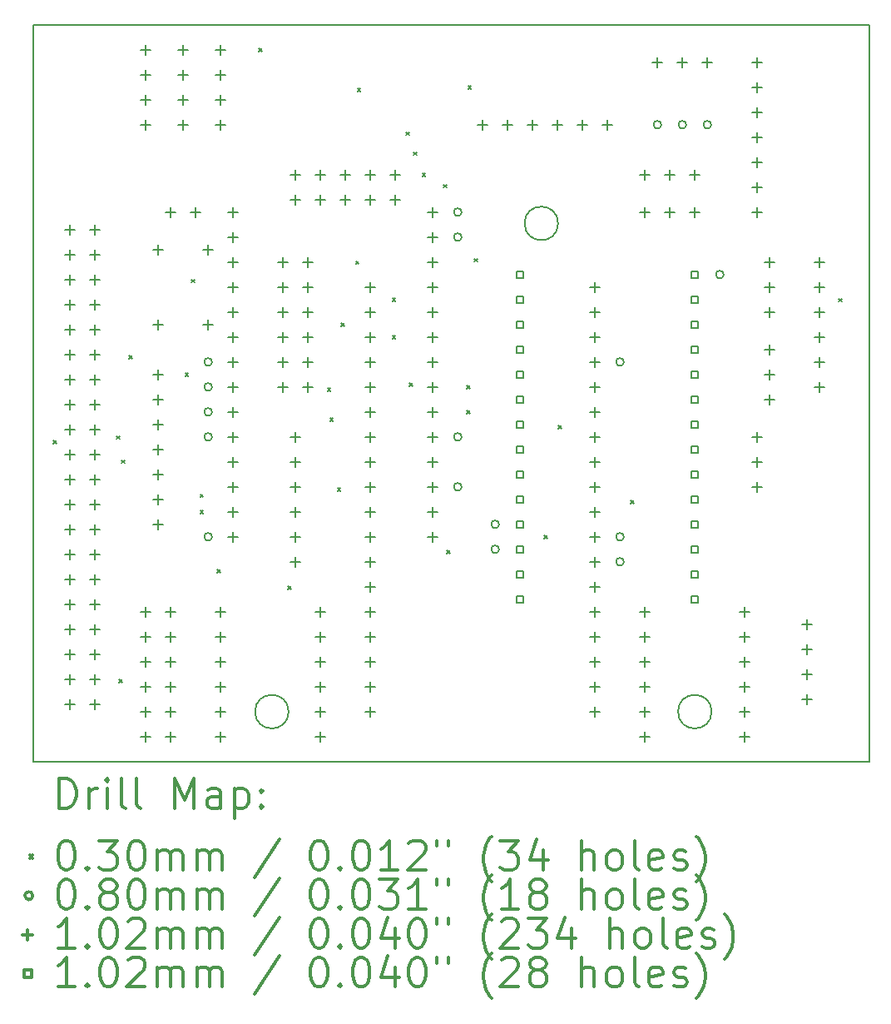
<source format=gbr>
%FSLAX45Y45*%
G04 Gerber Fmt 4.5, Leading zero omitted, Abs format (unit mm)*
G04 Created by KiCad (PCBNEW 4.0.7+dfsg1-1~bpo8+1) date Mon Jun  4 12:39:27 2018*
%MOMM*%
%LPD*%
G01*
G04 APERTURE LIST*
%ADD10C,0.127000*%
%ADD11C,0.160000*%
%ADD12C,0.150000*%
%ADD13C,0.200000*%
%ADD14C,0.300000*%
G04 APERTURE END LIST*
D10*
D11*
X17442861Y-12573000D02*
G75*
G03X17442861Y-12573000I-170861J0D01*
G01*
X15880761Y-7607300D02*
G75*
G03X15880761Y-7607300I-170861J0D01*
G01*
X13137561Y-12573000D02*
G75*
G03X13137561Y-12573000I-170861J0D01*
G01*
D12*
X10541000Y-13081000D02*
X10541000Y-5588000D01*
X19050000Y-13081000D02*
X10541000Y-13081000D01*
X19050000Y-5588000D02*
X19050000Y-13081000D01*
X10541000Y-5588000D02*
X19050000Y-5588000D01*
D13*
X10745950Y-9814560D02*
X10776430Y-9845040D01*
X10776430Y-9814560D02*
X10745950Y-9845040D01*
X11388700Y-9769730D02*
X11419180Y-9800210D01*
X11419180Y-9769730D02*
X11388700Y-9800210D01*
X11414760Y-12247490D02*
X11445240Y-12277970D01*
X11445240Y-12247490D02*
X11414760Y-12277970D01*
X11440660Y-10014110D02*
X11471140Y-10044590D01*
X11471140Y-10014110D02*
X11440660Y-10044590D01*
X11516360Y-8950960D02*
X11546840Y-8981440D01*
X11546840Y-8950960D02*
X11516360Y-8981440D01*
X12087860Y-9128760D02*
X12118340Y-9159240D01*
X12118340Y-9128760D02*
X12087860Y-9159240D01*
X12151360Y-8176260D02*
X12181840Y-8206740D01*
X12181840Y-8176260D02*
X12151360Y-8206740D01*
X12240260Y-10360660D02*
X12270740Y-10391140D01*
X12270740Y-10360660D02*
X12240260Y-10391140D01*
X12240260Y-10525760D02*
X12270740Y-10556240D01*
X12270740Y-10525760D02*
X12240260Y-10556240D01*
X12411710Y-11129010D02*
X12442190Y-11159490D01*
X12442190Y-11129010D02*
X12411710Y-11159490D01*
X12837160Y-5826760D02*
X12867640Y-5857240D01*
X12867640Y-5826760D02*
X12837160Y-5857240D01*
X13130210Y-11298870D02*
X13160690Y-11329350D01*
X13160690Y-11298870D02*
X13130210Y-11329350D01*
X13535660Y-9281160D02*
X13566140Y-9311640D01*
X13566140Y-9281160D02*
X13535660Y-9311640D01*
X13561060Y-9585960D02*
X13591540Y-9616440D01*
X13591540Y-9585960D02*
X13561060Y-9616440D01*
X13637260Y-10297160D02*
X13667740Y-10327640D01*
X13667740Y-10297160D02*
X13637260Y-10327640D01*
X13675360Y-8620760D02*
X13705840Y-8651240D01*
X13705840Y-8620760D02*
X13675360Y-8651240D01*
X13821410Y-7992110D02*
X13851890Y-8022590D01*
X13851890Y-7992110D02*
X13821410Y-8022590D01*
X13840460Y-6233160D02*
X13870940Y-6263640D01*
X13870940Y-6233160D02*
X13840460Y-6263640D01*
X14196060Y-8366760D02*
X14226540Y-8397240D01*
X14226540Y-8366760D02*
X14196060Y-8397240D01*
X14196060Y-8747760D02*
X14226540Y-8778240D01*
X14226540Y-8747760D02*
X14196060Y-8778240D01*
X14335760Y-6677660D02*
X14366240Y-6708140D01*
X14366240Y-6677660D02*
X14335760Y-6708140D01*
X14367510Y-9230360D02*
X14397990Y-9260840D01*
X14397990Y-9230360D02*
X14367510Y-9260840D01*
X14411960Y-6880860D02*
X14442440Y-6911340D01*
X14442440Y-6880860D02*
X14411960Y-6911340D01*
X14500860Y-7096760D02*
X14531340Y-7127240D01*
X14531340Y-7096760D02*
X14500860Y-7127240D01*
X14716760Y-7211060D02*
X14747240Y-7241540D01*
X14747240Y-7211060D02*
X14716760Y-7241540D01*
X14748510Y-10932160D02*
X14778990Y-10962640D01*
X14778990Y-10932160D02*
X14748510Y-10962640D01*
X14951523Y-9255760D02*
X14982003Y-9286240D01*
X14982003Y-9255760D02*
X14951523Y-9286240D01*
X14951710Y-9509760D02*
X14982190Y-9540240D01*
X14982190Y-9509760D02*
X14951710Y-9540240D01*
X14964410Y-6207760D02*
X14994890Y-6238240D01*
X14994890Y-6207760D02*
X14964410Y-6238240D01*
X15027910Y-7966710D02*
X15058390Y-7997190D01*
X15058390Y-7966710D02*
X15027910Y-7997190D01*
X15739110Y-10779760D02*
X15769590Y-10810240D01*
X15769590Y-10779760D02*
X15739110Y-10810240D01*
X15885160Y-9662160D02*
X15915640Y-9692640D01*
X15915640Y-9662160D02*
X15885160Y-9692640D01*
X16621760Y-10424160D02*
X16652240Y-10454640D01*
X16652240Y-10424160D02*
X16621760Y-10454640D01*
X18736310Y-8373110D02*
X18766790Y-8403590D01*
X18766790Y-8373110D02*
X18736310Y-8403590D01*
X12359000Y-9017000D02*
G75*
G03X12359000Y-9017000I-40000J0D01*
G01*
X12359000Y-9271000D02*
G75*
G03X12359000Y-9271000I-40000J0D01*
G01*
X12359000Y-9525000D02*
G75*
G03X12359000Y-9525000I-40000J0D01*
G01*
X12359000Y-9779000D02*
G75*
G03X12359000Y-9779000I-40000J0D01*
G01*
X12359000Y-10795000D02*
G75*
G03X12359000Y-10795000I-40000J0D01*
G01*
X14899000Y-7493000D02*
G75*
G03X14899000Y-7493000I-40000J0D01*
G01*
X14899000Y-7747000D02*
G75*
G03X14899000Y-7747000I-40000J0D01*
G01*
X14899000Y-9779000D02*
G75*
G03X14899000Y-9779000I-40000J0D01*
G01*
X14899000Y-10287000D02*
G75*
G03X14899000Y-10287000I-40000J0D01*
G01*
X15280000Y-10668000D02*
G75*
G03X15280000Y-10668000I-40000J0D01*
G01*
X15280000Y-10922000D02*
G75*
G03X15280000Y-10922000I-40000J0D01*
G01*
X16550000Y-9017000D02*
G75*
G03X16550000Y-9017000I-40000J0D01*
G01*
X16550000Y-10795000D02*
G75*
G03X16550000Y-10795000I-40000J0D01*
G01*
X16550000Y-11049000D02*
G75*
G03X16550000Y-11049000I-40000J0D01*
G01*
X16931000Y-6604000D02*
G75*
G03X16931000Y-6604000I-40000J0D01*
G01*
X17185000Y-6604000D02*
G75*
G03X17185000Y-6604000I-40000J0D01*
G01*
X17439000Y-6604000D02*
G75*
G03X17439000Y-6604000I-40000J0D01*
G01*
X17566000Y-8128000D02*
G75*
G03X17566000Y-8128000I-40000J0D01*
G01*
X10909300Y-7620000D02*
X10909300Y-7721600D01*
X10858500Y-7670800D02*
X10960100Y-7670800D01*
X10909300Y-7874000D02*
X10909300Y-7975600D01*
X10858500Y-7924800D02*
X10960100Y-7924800D01*
X10909300Y-8128000D02*
X10909300Y-8229600D01*
X10858500Y-8178800D02*
X10960100Y-8178800D01*
X10909300Y-8382000D02*
X10909300Y-8483600D01*
X10858500Y-8432800D02*
X10960100Y-8432800D01*
X10909300Y-8636000D02*
X10909300Y-8737600D01*
X10858500Y-8686800D02*
X10960100Y-8686800D01*
X10909300Y-8890000D02*
X10909300Y-8991600D01*
X10858500Y-8940800D02*
X10960100Y-8940800D01*
X10909300Y-9144000D02*
X10909300Y-9245600D01*
X10858500Y-9194800D02*
X10960100Y-9194800D01*
X10909300Y-9398000D02*
X10909300Y-9499600D01*
X10858500Y-9448800D02*
X10960100Y-9448800D01*
X10909300Y-9652000D02*
X10909300Y-9753600D01*
X10858500Y-9702800D02*
X10960100Y-9702800D01*
X10909300Y-9906000D02*
X10909300Y-10007600D01*
X10858500Y-9956800D02*
X10960100Y-9956800D01*
X10909300Y-10160000D02*
X10909300Y-10261600D01*
X10858500Y-10210800D02*
X10960100Y-10210800D01*
X10909300Y-10414000D02*
X10909300Y-10515600D01*
X10858500Y-10464800D02*
X10960100Y-10464800D01*
X10909300Y-10668000D02*
X10909300Y-10769600D01*
X10858500Y-10718800D02*
X10960100Y-10718800D01*
X10909300Y-10922000D02*
X10909300Y-11023600D01*
X10858500Y-10972800D02*
X10960100Y-10972800D01*
X10909300Y-11176000D02*
X10909300Y-11277600D01*
X10858500Y-11226800D02*
X10960100Y-11226800D01*
X10909300Y-11430000D02*
X10909300Y-11531600D01*
X10858500Y-11480800D02*
X10960100Y-11480800D01*
X10909300Y-11684000D02*
X10909300Y-11785600D01*
X10858500Y-11734800D02*
X10960100Y-11734800D01*
X10909300Y-11938000D02*
X10909300Y-12039600D01*
X10858500Y-11988800D02*
X10960100Y-11988800D01*
X10909300Y-12192000D02*
X10909300Y-12293600D01*
X10858500Y-12242800D02*
X10960100Y-12242800D01*
X10909300Y-12446000D02*
X10909300Y-12547600D01*
X10858500Y-12496800D02*
X10960100Y-12496800D01*
X11163300Y-7620000D02*
X11163300Y-7721600D01*
X11112500Y-7670800D02*
X11214100Y-7670800D01*
X11163300Y-7874000D02*
X11163300Y-7975600D01*
X11112500Y-7924800D02*
X11214100Y-7924800D01*
X11163300Y-8128000D02*
X11163300Y-8229600D01*
X11112500Y-8178800D02*
X11214100Y-8178800D01*
X11163300Y-8382000D02*
X11163300Y-8483600D01*
X11112500Y-8432800D02*
X11214100Y-8432800D01*
X11163300Y-8636000D02*
X11163300Y-8737600D01*
X11112500Y-8686800D02*
X11214100Y-8686800D01*
X11163300Y-8890000D02*
X11163300Y-8991600D01*
X11112500Y-8940800D02*
X11214100Y-8940800D01*
X11163300Y-9144000D02*
X11163300Y-9245600D01*
X11112500Y-9194800D02*
X11214100Y-9194800D01*
X11163300Y-9398000D02*
X11163300Y-9499600D01*
X11112500Y-9448800D02*
X11214100Y-9448800D01*
X11163300Y-9652000D02*
X11163300Y-9753600D01*
X11112500Y-9702800D02*
X11214100Y-9702800D01*
X11163300Y-9906000D02*
X11163300Y-10007600D01*
X11112500Y-9956800D02*
X11214100Y-9956800D01*
X11163300Y-10160000D02*
X11163300Y-10261600D01*
X11112500Y-10210800D02*
X11214100Y-10210800D01*
X11163300Y-10414000D02*
X11163300Y-10515600D01*
X11112500Y-10464800D02*
X11214100Y-10464800D01*
X11163300Y-10668000D02*
X11163300Y-10769600D01*
X11112500Y-10718800D02*
X11214100Y-10718800D01*
X11163300Y-10922000D02*
X11163300Y-11023600D01*
X11112500Y-10972800D02*
X11214100Y-10972800D01*
X11163300Y-11176000D02*
X11163300Y-11277600D01*
X11112500Y-11226800D02*
X11214100Y-11226800D01*
X11163300Y-11430000D02*
X11163300Y-11531600D01*
X11112500Y-11480800D02*
X11214100Y-11480800D01*
X11163300Y-11684000D02*
X11163300Y-11785600D01*
X11112500Y-11734800D02*
X11214100Y-11734800D01*
X11163300Y-11938000D02*
X11163300Y-12039600D01*
X11112500Y-11988800D02*
X11214100Y-11988800D01*
X11163300Y-12192000D02*
X11163300Y-12293600D01*
X11112500Y-12242800D02*
X11214100Y-12242800D01*
X11163300Y-12446000D02*
X11163300Y-12547600D01*
X11112500Y-12496800D02*
X11214100Y-12496800D01*
X11684000Y-5791200D02*
X11684000Y-5892800D01*
X11633200Y-5842000D02*
X11734800Y-5842000D01*
X11684000Y-6045200D02*
X11684000Y-6146800D01*
X11633200Y-6096000D02*
X11734800Y-6096000D01*
X11684000Y-6299200D02*
X11684000Y-6400800D01*
X11633200Y-6350000D02*
X11734800Y-6350000D01*
X11684000Y-6553200D02*
X11684000Y-6654800D01*
X11633200Y-6604000D02*
X11734800Y-6604000D01*
X11684000Y-11506200D02*
X11684000Y-11607800D01*
X11633200Y-11557000D02*
X11734800Y-11557000D01*
X11684000Y-11760200D02*
X11684000Y-11861800D01*
X11633200Y-11811000D02*
X11734800Y-11811000D01*
X11684000Y-12014200D02*
X11684000Y-12115800D01*
X11633200Y-12065000D02*
X11734800Y-12065000D01*
X11684000Y-12268200D02*
X11684000Y-12369800D01*
X11633200Y-12319000D02*
X11734800Y-12319000D01*
X11684000Y-12522200D02*
X11684000Y-12623800D01*
X11633200Y-12573000D02*
X11734800Y-12573000D01*
X11684000Y-12776200D02*
X11684000Y-12877800D01*
X11633200Y-12827000D02*
X11734800Y-12827000D01*
X11811000Y-7823200D02*
X11811000Y-7924800D01*
X11760200Y-7874000D02*
X11861800Y-7874000D01*
X11811000Y-8585200D02*
X11811000Y-8686800D01*
X11760200Y-8636000D02*
X11861800Y-8636000D01*
X11811000Y-9093200D02*
X11811000Y-9194800D01*
X11760200Y-9144000D02*
X11861800Y-9144000D01*
X11811000Y-9347200D02*
X11811000Y-9448800D01*
X11760200Y-9398000D02*
X11861800Y-9398000D01*
X11811000Y-9601200D02*
X11811000Y-9702800D01*
X11760200Y-9652000D02*
X11861800Y-9652000D01*
X11811000Y-9855200D02*
X11811000Y-9956800D01*
X11760200Y-9906000D02*
X11861800Y-9906000D01*
X11811000Y-10109200D02*
X11811000Y-10210800D01*
X11760200Y-10160000D02*
X11861800Y-10160000D01*
X11811000Y-10363200D02*
X11811000Y-10464800D01*
X11760200Y-10414000D02*
X11861800Y-10414000D01*
X11811000Y-10617200D02*
X11811000Y-10718800D01*
X11760200Y-10668000D02*
X11861800Y-10668000D01*
X11938000Y-7442200D02*
X11938000Y-7543800D01*
X11887200Y-7493000D02*
X11988800Y-7493000D01*
X11938000Y-11506200D02*
X11938000Y-11607800D01*
X11887200Y-11557000D02*
X11988800Y-11557000D01*
X11938000Y-11760200D02*
X11938000Y-11861800D01*
X11887200Y-11811000D02*
X11988800Y-11811000D01*
X11938000Y-12014200D02*
X11938000Y-12115800D01*
X11887200Y-12065000D02*
X11988800Y-12065000D01*
X11938000Y-12268200D02*
X11938000Y-12369800D01*
X11887200Y-12319000D02*
X11988800Y-12319000D01*
X11938000Y-12522200D02*
X11938000Y-12623800D01*
X11887200Y-12573000D02*
X11988800Y-12573000D01*
X11938000Y-12776200D02*
X11938000Y-12877800D01*
X11887200Y-12827000D02*
X11988800Y-12827000D01*
X12065000Y-5791200D02*
X12065000Y-5892800D01*
X12014200Y-5842000D02*
X12115800Y-5842000D01*
X12065000Y-6045200D02*
X12065000Y-6146800D01*
X12014200Y-6096000D02*
X12115800Y-6096000D01*
X12065000Y-6299200D02*
X12065000Y-6400800D01*
X12014200Y-6350000D02*
X12115800Y-6350000D01*
X12065000Y-6553200D02*
X12065000Y-6654800D01*
X12014200Y-6604000D02*
X12115800Y-6604000D01*
X12192000Y-7442200D02*
X12192000Y-7543800D01*
X12141200Y-7493000D02*
X12242800Y-7493000D01*
X12319000Y-7823200D02*
X12319000Y-7924800D01*
X12268200Y-7874000D02*
X12369800Y-7874000D01*
X12319000Y-8585200D02*
X12319000Y-8686800D01*
X12268200Y-8636000D02*
X12369800Y-8636000D01*
X12446000Y-5791200D02*
X12446000Y-5892800D01*
X12395200Y-5842000D02*
X12496800Y-5842000D01*
X12446000Y-6045200D02*
X12446000Y-6146800D01*
X12395200Y-6096000D02*
X12496800Y-6096000D01*
X12446000Y-6299200D02*
X12446000Y-6400800D01*
X12395200Y-6350000D02*
X12496800Y-6350000D01*
X12446000Y-6553200D02*
X12446000Y-6654800D01*
X12395200Y-6604000D02*
X12496800Y-6604000D01*
X12446000Y-11506200D02*
X12446000Y-11607800D01*
X12395200Y-11557000D02*
X12496800Y-11557000D01*
X12446000Y-11760200D02*
X12446000Y-11861800D01*
X12395200Y-11811000D02*
X12496800Y-11811000D01*
X12446000Y-12014200D02*
X12446000Y-12115800D01*
X12395200Y-12065000D02*
X12496800Y-12065000D01*
X12446000Y-12268200D02*
X12446000Y-12369800D01*
X12395200Y-12319000D02*
X12496800Y-12319000D01*
X12446000Y-12522200D02*
X12446000Y-12623800D01*
X12395200Y-12573000D02*
X12496800Y-12573000D01*
X12446000Y-12776200D02*
X12446000Y-12877800D01*
X12395200Y-12827000D02*
X12496800Y-12827000D01*
X12573000Y-7442200D02*
X12573000Y-7543800D01*
X12522200Y-7493000D02*
X12623800Y-7493000D01*
X12573000Y-7696200D02*
X12573000Y-7797800D01*
X12522200Y-7747000D02*
X12623800Y-7747000D01*
X12573000Y-7950200D02*
X12573000Y-8051800D01*
X12522200Y-8001000D02*
X12623800Y-8001000D01*
X12573000Y-8204200D02*
X12573000Y-8305800D01*
X12522200Y-8255000D02*
X12623800Y-8255000D01*
X12573000Y-8458200D02*
X12573000Y-8559800D01*
X12522200Y-8509000D02*
X12623800Y-8509000D01*
X12573000Y-8712200D02*
X12573000Y-8813800D01*
X12522200Y-8763000D02*
X12623800Y-8763000D01*
X12573000Y-8966200D02*
X12573000Y-9067800D01*
X12522200Y-9017000D02*
X12623800Y-9017000D01*
X12573000Y-9220200D02*
X12573000Y-9321800D01*
X12522200Y-9271000D02*
X12623800Y-9271000D01*
X12573000Y-9474200D02*
X12573000Y-9575800D01*
X12522200Y-9525000D02*
X12623800Y-9525000D01*
X12573000Y-9728200D02*
X12573000Y-9829800D01*
X12522200Y-9779000D02*
X12623800Y-9779000D01*
X12573000Y-9982200D02*
X12573000Y-10083800D01*
X12522200Y-10033000D02*
X12623800Y-10033000D01*
X12573000Y-10236200D02*
X12573000Y-10337800D01*
X12522200Y-10287000D02*
X12623800Y-10287000D01*
X12573000Y-10490200D02*
X12573000Y-10591800D01*
X12522200Y-10541000D02*
X12623800Y-10541000D01*
X12573000Y-10744200D02*
X12573000Y-10845800D01*
X12522200Y-10795000D02*
X12623800Y-10795000D01*
X13081000Y-7950200D02*
X13081000Y-8051800D01*
X13030200Y-8001000D02*
X13131800Y-8001000D01*
X13081000Y-8204200D02*
X13081000Y-8305800D01*
X13030200Y-8255000D02*
X13131800Y-8255000D01*
X13081000Y-8458200D02*
X13081000Y-8559800D01*
X13030200Y-8509000D02*
X13131800Y-8509000D01*
X13081000Y-8712200D02*
X13081000Y-8813800D01*
X13030200Y-8763000D02*
X13131800Y-8763000D01*
X13081000Y-8966200D02*
X13081000Y-9067800D01*
X13030200Y-9017000D02*
X13131800Y-9017000D01*
X13081000Y-9220200D02*
X13081000Y-9321800D01*
X13030200Y-9271000D02*
X13131800Y-9271000D01*
X13208000Y-7061200D02*
X13208000Y-7162800D01*
X13157200Y-7112000D02*
X13258800Y-7112000D01*
X13208000Y-7315200D02*
X13208000Y-7416800D01*
X13157200Y-7366000D02*
X13258800Y-7366000D01*
X13208000Y-9728200D02*
X13208000Y-9829800D01*
X13157200Y-9779000D02*
X13258800Y-9779000D01*
X13208000Y-9982200D02*
X13208000Y-10083800D01*
X13157200Y-10033000D02*
X13258800Y-10033000D01*
X13208000Y-10236200D02*
X13208000Y-10337800D01*
X13157200Y-10287000D02*
X13258800Y-10287000D01*
X13208000Y-10490200D02*
X13208000Y-10591800D01*
X13157200Y-10541000D02*
X13258800Y-10541000D01*
X13208000Y-10744200D02*
X13208000Y-10845800D01*
X13157200Y-10795000D02*
X13258800Y-10795000D01*
X13208000Y-10998200D02*
X13208000Y-11099800D01*
X13157200Y-11049000D02*
X13258800Y-11049000D01*
X13335000Y-7950200D02*
X13335000Y-8051800D01*
X13284200Y-8001000D02*
X13385800Y-8001000D01*
X13335000Y-8204200D02*
X13335000Y-8305800D01*
X13284200Y-8255000D02*
X13385800Y-8255000D01*
X13335000Y-8458200D02*
X13335000Y-8559800D01*
X13284200Y-8509000D02*
X13385800Y-8509000D01*
X13335000Y-8712200D02*
X13335000Y-8813800D01*
X13284200Y-8763000D02*
X13385800Y-8763000D01*
X13335000Y-8966200D02*
X13335000Y-9067800D01*
X13284200Y-9017000D02*
X13385800Y-9017000D01*
X13335000Y-9220200D02*
X13335000Y-9321800D01*
X13284200Y-9271000D02*
X13385800Y-9271000D01*
X13462000Y-7061200D02*
X13462000Y-7162800D01*
X13411200Y-7112000D02*
X13512800Y-7112000D01*
X13462000Y-7315200D02*
X13462000Y-7416800D01*
X13411200Y-7366000D02*
X13512800Y-7366000D01*
X13462000Y-11506200D02*
X13462000Y-11607800D01*
X13411200Y-11557000D02*
X13512800Y-11557000D01*
X13462000Y-11760200D02*
X13462000Y-11861800D01*
X13411200Y-11811000D02*
X13512800Y-11811000D01*
X13462000Y-12014200D02*
X13462000Y-12115800D01*
X13411200Y-12065000D02*
X13512800Y-12065000D01*
X13462000Y-12268200D02*
X13462000Y-12369800D01*
X13411200Y-12319000D02*
X13512800Y-12319000D01*
X13462000Y-12522200D02*
X13462000Y-12623800D01*
X13411200Y-12573000D02*
X13512800Y-12573000D01*
X13462000Y-12776200D02*
X13462000Y-12877800D01*
X13411200Y-12827000D02*
X13512800Y-12827000D01*
X13716000Y-7061200D02*
X13716000Y-7162800D01*
X13665200Y-7112000D02*
X13766800Y-7112000D01*
X13716000Y-7315200D02*
X13716000Y-7416800D01*
X13665200Y-7366000D02*
X13766800Y-7366000D01*
X13970000Y-7061200D02*
X13970000Y-7162800D01*
X13919200Y-7112000D02*
X14020800Y-7112000D01*
X13970000Y-7315200D02*
X13970000Y-7416800D01*
X13919200Y-7366000D02*
X14020800Y-7366000D01*
X13970000Y-8204200D02*
X13970000Y-8305800D01*
X13919200Y-8255000D02*
X14020800Y-8255000D01*
X13970000Y-8458200D02*
X13970000Y-8559800D01*
X13919200Y-8509000D02*
X14020800Y-8509000D01*
X13970000Y-8712200D02*
X13970000Y-8813800D01*
X13919200Y-8763000D02*
X14020800Y-8763000D01*
X13970000Y-8966200D02*
X13970000Y-9067800D01*
X13919200Y-9017000D02*
X14020800Y-9017000D01*
X13970000Y-9220200D02*
X13970000Y-9321800D01*
X13919200Y-9271000D02*
X14020800Y-9271000D01*
X13970000Y-9474200D02*
X13970000Y-9575800D01*
X13919200Y-9525000D02*
X14020800Y-9525000D01*
X13970000Y-9728200D02*
X13970000Y-9829800D01*
X13919200Y-9779000D02*
X14020800Y-9779000D01*
X13970000Y-9982200D02*
X13970000Y-10083800D01*
X13919200Y-10033000D02*
X14020800Y-10033000D01*
X13970000Y-10236200D02*
X13970000Y-10337800D01*
X13919200Y-10287000D02*
X14020800Y-10287000D01*
X13970000Y-10490200D02*
X13970000Y-10591800D01*
X13919200Y-10541000D02*
X14020800Y-10541000D01*
X13970000Y-10744200D02*
X13970000Y-10845800D01*
X13919200Y-10795000D02*
X14020800Y-10795000D01*
X13970000Y-10998200D02*
X13970000Y-11099800D01*
X13919200Y-11049000D02*
X14020800Y-11049000D01*
X13970000Y-11252200D02*
X13970000Y-11353800D01*
X13919200Y-11303000D02*
X14020800Y-11303000D01*
X13970000Y-11506200D02*
X13970000Y-11607800D01*
X13919200Y-11557000D02*
X14020800Y-11557000D01*
X13970000Y-11760200D02*
X13970000Y-11861800D01*
X13919200Y-11811000D02*
X14020800Y-11811000D01*
X13970000Y-12014200D02*
X13970000Y-12115800D01*
X13919200Y-12065000D02*
X14020800Y-12065000D01*
X13970000Y-12268200D02*
X13970000Y-12369800D01*
X13919200Y-12319000D02*
X14020800Y-12319000D01*
X13970000Y-12522200D02*
X13970000Y-12623800D01*
X13919200Y-12573000D02*
X14020800Y-12573000D01*
X14224000Y-7061200D02*
X14224000Y-7162800D01*
X14173200Y-7112000D02*
X14274800Y-7112000D01*
X14224000Y-7315200D02*
X14224000Y-7416800D01*
X14173200Y-7366000D02*
X14274800Y-7366000D01*
X14605000Y-7442200D02*
X14605000Y-7543800D01*
X14554200Y-7493000D02*
X14655800Y-7493000D01*
X14605000Y-7696200D02*
X14605000Y-7797800D01*
X14554200Y-7747000D02*
X14655800Y-7747000D01*
X14605000Y-7950200D02*
X14605000Y-8051800D01*
X14554200Y-8001000D02*
X14655800Y-8001000D01*
X14605000Y-8204200D02*
X14605000Y-8305800D01*
X14554200Y-8255000D02*
X14655800Y-8255000D01*
X14605000Y-8458200D02*
X14605000Y-8559800D01*
X14554200Y-8509000D02*
X14655800Y-8509000D01*
X14605000Y-8712200D02*
X14605000Y-8813800D01*
X14554200Y-8763000D02*
X14655800Y-8763000D01*
X14605000Y-8966200D02*
X14605000Y-9067800D01*
X14554200Y-9017000D02*
X14655800Y-9017000D01*
X14605000Y-9220200D02*
X14605000Y-9321800D01*
X14554200Y-9271000D02*
X14655800Y-9271000D01*
X14605000Y-9474200D02*
X14605000Y-9575800D01*
X14554200Y-9525000D02*
X14655800Y-9525000D01*
X14605000Y-9728200D02*
X14605000Y-9829800D01*
X14554200Y-9779000D02*
X14655800Y-9779000D01*
X14605000Y-9982200D02*
X14605000Y-10083800D01*
X14554200Y-10033000D02*
X14655800Y-10033000D01*
X14605000Y-10236200D02*
X14605000Y-10337800D01*
X14554200Y-10287000D02*
X14655800Y-10287000D01*
X14605000Y-10490200D02*
X14605000Y-10591800D01*
X14554200Y-10541000D02*
X14655800Y-10541000D01*
X14605000Y-10744200D02*
X14605000Y-10845800D01*
X14554200Y-10795000D02*
X14655800Y-10795000D01*
X15113000Y-6553200D02*
X15113000Y-6654800D01*
X15062200Y-6604000D02*
X15163800Y-6604000D01*
X15367000Y-6553200D02*
X15367000Y-6654800D01*
X15316200Y-6604000D02*
X15417800Y-6604000D01*
X15621000Y-6553200D02*
X15621000Y-6654800D01*
X15570200Y-6604000D02*
X15671800Y-6604000D01*
X15875000Y-6553200D02*
X15875000Y-6654800D01*
X15824200Y-6604000D02*
X15925800Y-6604000D01*
X16129000Y-6553200D02*
X16129000Y-6654800D01*
X16078200Y-6604000D02*
X16179800Y-6604000D01*
X16256000Y-8204200D02*
X16256000Y-8305800D01*
X16205200Y-8255000D02*
X16306800Y-8255000D01*
X16256000Y-8458200D02*
X16256000Y-8559800D01*
X16205200Y-8509000D02*
X16306800Y-8509000D01*
X16256000Y-8712200D02*
X16256000Y-8813800D01*
X16205200Y-8763000D02*
X16306800Y-8763000D01*
X16256000Y-8966200D02*
X16256000Y-9067800D01*
X16205200Y-9017000D02*
X16306800Y-9017000D01*
X16256000Y-9220200D02*
X16256000Y-9321800D01*
X16205200Y-9271000D02*
X16306800Y-9271000D01*
X16256000Y-9474200D02*
X16256000Y-9575800D01*
X16205200Y-9525000D02*
X16306800Y-9525000D01*
X16256000Y-9728200D02*
X16256000Y-9829800D01*
X16205200Y-9779000D02*
X16306800Y-9779000D01*
X16256000Y-9982200D02*
X16256000Y-10083800D01*
X16205200Y-10033000D02*
X16306800Y-10033000D01*
X16256000Y-10236200D02*
X16256000Y-10337800D01*
X16205200Y-10287000D02*
X16306800Y-10287000D01*
X16256000Y-10490200D02*
X16256000Y-10591800D01*
X16205200Y-10541000D02*
X16306800Y-10541000D01*
X16256000Y-10744200D02*
X16256000Y-10845800D01*
X16205200Y-10795000D02*
X16306800Y-10795000D01*
X16256000Y-10998200D02*
X16256000Y-11099800D01*
X16205200Y-11049000D02*
X16306800Y-11049000D01*
X16256000Y-11252200D02*
X16256000Y-11353800D01*
X16205200Y-11303000D02*
X16306800Y-11303000D01*
X16256000Y-11506200D02*
X16256000Y-11607800D01*
X16205200Y-11557000D02*
X16306800Y-11557000D01*
X16256000Y-11760200D02*
X16256000Y-11861800D01*
X16205200Y-11811000D02*
X16306800Y-11811000D01*
X16256000Y-12014200D02*
X16256000Y-12115800D01*
X16205200Y-12065000D02*
X16306800Y-12065000D01*
X16256000Y-12268200D02*
X16256000Y-12369800D01*
X16205200Y-12319000D02*
X16306800Y-12319000D01*
X16256000Y-12522200D02*
X16256000Y-12623800D01*
X16205200Y-12573000D02*
X16306800Y-12573000D01*
X16383000Y-6553200D02*
X16383000Y-6654800D01*
X16332200Y-6604000D02*
X16433800Y-6604000D01*
X16764000Y-7061200D02*
X16764000Y-7162800D01*
X16713200Y-7112000D02*
X16814800Y-7112000D01*
X16764000Y-7442200D02*
X16764000Y-7543800D01*
X16713200Y-7493000D02*
X16814800Y-7493000D01*
X16764000Y-11506200D02*
X16764000Y-11607800D01*
X16713200Y-11557000D02*
X16814800Y-11557000D01*
X16764000Y-11760200D02*
X16764000Y-11861800D01*
X16713200Y-11811000D02*
X16814800Y-11811000D01*
X16764000Y-12014200D02*
X16764000Y-12115800D01*
X16713200Y-12065000D02*
X16814800Y-12065000D01*
X16764000Y-12268200D02*
X16764000Y-12369800D01*
X16713200Y-12319000D02*
X16814800Y-12319000D01*
X16764000Y-12522200D02*
X16764000Y-12623800D01*
X16713200Y-12573000D02*
X16814800Y-12573000D01*
X16764000Y-12776200D02*
X16764000Y-12877800D01*
X16713200Y-12827000D02*
X16814800Y-12827000D01*
X16891000Y-5918200D02*
X16891000Y-6019800D01*
X16840200Y-5969000D02*
X16941800Y-5969000D01*
X17018000Y-7061200D02*
X17018000Y-7162800D01*
X16967200Y-7112000D02*
X17068800Y-7112000D01*
X17018000Y-7442200D02*
X17018000Y-7543800D01*
X16967200Y-7493000D02*
X17068800Y-7493000D01*
X17145000Y-5918200D02*
X17145000Y-6019800D01*
X17094200Y-5969000D02*
X17195800Y-5969000D01*
X17272000Y-7061200D02*
X17272000Y-7162800D01*
X17221200Y-7112000D02*
X17322800Y-7112000D01*
X17272000Y-7442200D02*
X17272000Y-7543800D01*
X17221200Y-7493000D02*
X17322800Y-7493000D01*
X17399000Y-5918200D02*
X17399000Y-6019800D01*
X17348200Y-5969000D02*
X17449800Y-5969000D01*
X17780000Y-11506200D02*
X17780000Y-11607800D01*
X17729200Y-11557000D02*
X17830800Y-11557000D01*
X17780000Y-11760200D02*
X17780000Y-11861800D01*
X17729200Y-11811000D02*
X17830800Y-11811000D01*
X17780000Y-12014200D02*
X17780000Y-12115800D01*
X17729200Y-12065000D02*
X17830800Y-12065000D01*
X17780000Y-12268200D02*
X17780000Y-12369800D01*
X17729200Y-12319000D02*
X17830800Y-12319000D01*
X17780000Y-12522200D02*
X17780000Y-12623800D01*
X17729200Y-12573000D02*
X17830800Y-12573000D01*
X17780000Y-12776200D02*
X17780000Y-12877800D01*
X17729200Y-12827000D02*
X17830800Y-12827000D01*
X17907000Y-5918200D02*
X17907000Y-6019800D01*
X17856200Y-5969000D02*
X17957800Y-5969000D01*
X17907000Y-6172200D02*
X17907000Y-6273800D01*
X17856200Y-6223000D02*
X17957800Y-6223000D01*
X17907000Y-6426200D02*
X17907000Y-6527800D01*
X17856200Y-6477000D02*
X17957800Y-6477000D01*
X17907000Y-6680200D02*
X17907000Y-6781800D01*
X17856200Y-6731000D02*
X17957800Y-6731000D01*
X17907000Y-6934200D02*
X17907000Y-7035800D01*
X17856200Y-6985000D02*
X17957800Y-6985000D01*
X17907000Y-7188200D02*
X17907000Y-7289800D01*
X17856200Y-7239000D02*
X17957800Y-7239000D01*
X17907000Y-7442200D02*
X17907000Y-7543800D01*
X17856200Y-7493000D02*
X17957800Y-7493000D01*
X17907000Y-9728200D02*
X17907000Y-9829800D01*
X17856200Y-9779000D02*
X17957800Y-9779000D01*
X17907000Y-9982200D02*
X17907000Y-10083800D01*
X17856200Y-10033000D02*
X17957800Y-10033000D01*
X17907000Y-10236200D02*
X17907000Y-10337800D01*
X17856200Y-10287000D02*
X17957800Y-10287000D01*
X18034000Y-7950200D02*
X18034000Y-8051800D01*
X17983200Y-8001000D02*
X18084800Y-8001000D01*
X18034000Y-8204200D02*
X18034000Y-8305800D01*
X17983200Y-8255000D02*
X18084800Y-8255000D01*
X18034000Y-8458200D02*
X18034000Y-8559800D01*
X17983200Y-8509000D02*
X18084800Y-8509000D01*
X18034000Y-8839200D02*
X18034000Y-8940800D01*
X17983200Y-8890000D02*
X18084800Y-8890000D01*
X18034000Y-9093200D02*
X18034000Y-9194800D01*
X17983200Y-9144000D02*
X18084800Y-9144000D01*
X18034000Y-9347200D02*
X18034000Y-9448800D01*
X17983200Y-9398000D02*
X18084800Y-9398000D01*
X18415000Y-11633200D02*
X18415000Y-11734800D01*
X18364200Y-11684000D02*
X18465800Y-11684000D01*
X18415000Y-11887200D02*
X18415000Y-11988800D01*
X18364200Y-11938000D02*
X18465800Y-11938000D01*
X18415000Y-12141200D02*
X18415000Y-12242800D01*
X18364200Y-12192000D02*
X18465800Y-12192000D01*
X18415000Y-12395200D02*
X18415000Y-12496800D01*
X18364200Y-12446000D02*
X18465800Y-12446000D01*
X18542000Y-7950200D02*
X18542000Y-8051800D01*
X18491200Y-8001000D02*
X18592800Y-8001000D01*
X18542000Y-8204200D02*
X18542000Y-8305800D01*
X18491200Y-8255000D02*
X18592800Y-8255000D01*
X18542000Y-8458200D02*
X18542000Y-8559800D01*
X18491200Y-8509000D02*
X18592800Y-8509000D01*
X18542000Y-8712200D02*
X18542000Y-8813800D01*
X18491200Y-8763000D02*
X18592800Y-8763000D01*
X18542000Y-8966200D02*
X18542000Y-9067800D01*
X18491200Y-9017000D02*
X18592800Y-9017000D01*
X18542000Y-9220200D02*
X18542000Y-9321800D01*
X18491200Y-9271000D02*
X18592800Y-9271000D01*
X15530063Y-8164063D02*
X15530063Y-8091937D01*
X15457937Y-8091937D01*
X15457937Y-8164063D01*
X15530063Y-8164063D01*
X15530063Y-8418063D02*
X15530063Y-8345937D01*
X15457937Y-8345937D01*
X15457937Y-8418063D01*
X15530063Y-8418063D01*
X15530063Y-8672063D02*
X15530063Y-8599937D01*
X15457937Y-8599937D01*
X15457937Y-8672063D01*
X15530063Y-8672063D01*
X15530063Y-8926063D02*
X15530063Y-8853937D01*
X15457937Y-8853937D01*
X15457937Y-8926063D01*
X15530063Y-8926063D01*
X15530063Y-9180063D02*
X15530063Y-9107937D01*
X15457937Y-9107937D01*
X15457937Y-9180063D01*
X15530063Y-9180063D01*
X15530063Y-9434063D02*
X15530063Y-9361937D01*
X15457937Y-9361937D01*
X15457937Y-9434063D01*
X15530063Y-9434063D01*
X15530063Y-9688063D02*
X15530063Y-9615937D01*
X15457937Y-9615937D01*
X15457937Y-9688063D01*
X15530063Y-9688063D01*
X15530063Y-9942063D02*
X15530063Y-9869937D01*
X15457937Y-9869937D01*
X15457937Y-9942063D01*
X15530063Y-9942063D01*
X15530063Y-10196063D02*
X15530063Y-10123937D01*
X15457937Y-10123937D01*
X15457937Y-10196063D01*
X15530063Y-10196063D01*
X15530063Y-10450063D02*
X15530063Y-10377937D01*
X15457937Y-10377937D01*
X15457937Y-10450063D01*
X15530063Y-10450063D01*
X15530063Y-10704063D02*
X15530063Y-10631937D01*
X15457937Y-10631937D01*
X15457937Y-10704063D01*
X15530063Y-10704063D01*
X15530063Y-10958063D02*
X15530063Y-10885937D01*
X15457937Y-10885937D01*
X15457937Y-10958063D01*
X15530063Y-10958063D01*
X15530063Y-11212063D02*
X15530063Y-11139937D01*
X15457937Y-11139937D01*
X15457937Y-11212063D01*
X15530063Y-11212063D01*
X15530063Y-11466063D02*
X15530063Y-11393937D01*
X15457937Y-11393937D01*
X15457937Y-11466063D01*
X15530063Y-11466063D01*
X17308063Y-8164063D02*
X17308063Y-8091937D01*
X17235937Y-8091937D01*
X17235937Y-8164063D01*
X17308063Y-8164063D01*
X17308063Y-8418063D02*
X17308063Y-8345937D01*
X17235937Y-8345937D01*
X17235937Y-8418063D01*
X17308063Y-8418063D01*
X17308063Y-8672063D02*
X17308063Y-8599937D01*
X17235937Y-8599937D01*
X17235937Y-8672063D01*
X17308063Y-8672063D01*
X17308063Y-8926063D02*
X17308063Y-8853937D01*
X17235937Y-8853937D01*
X17235937Y-8926063D01*
X17308063Y-8926063D01*
X17308063Y-9180063D02*
X17308063Y-9107937D01*
X17235937Y-9107937D01*
X17235937Y-9180063D01*
X17308063Y-9180063D01*
X17308063Y-9434063D02*
X17308063Y-9361937D01*
X17235937Y-9361937D01*
X17235937Y-9434063D01*
X17308063Y-9434063D01*
X17308063Y-9688063D02*
X17308063Y-9615937D01*
X17235937Y-9615937D01*
X17235937Y-9688063D01*
X17308063Y-9688063D01*
X17308063Y-9942063D02*
X17308063Y-9869937D01*
X17235937Y-9869937D01*
X17235937Y-9942063D01*
X17308063Y-9942063D01*
X17308063Y-10196063D02*
X17308063Y-10123937D01*
X17235937Y-10123937D01*
X17235937Y-10196063D01*
X17308063Y-10196063D01*
X17308063Y-10450063D02*
X17308063Y-10377937D01*
X17235937Y-10377937D01*
X17235937Y-10450063D01*
X17308063Y-10450063D01*
X17308063Y-10704063D02*
X17308063Y-10631937D01*
X17235937Y-10631937D01*
X17235937Y-10704063D01*
X17308063Y-10704063D01*
X17308063Y-10958063D02*
X17308063Y-10885937D01*
X17235937Y-10885937D01*
X17235937Y-10958063D01*
X17308063Y-10958063D01*
X17308063Y-11212063D02*
X17308063Y-11139937D01*
X17235937Y-11139937D01*
X17235937Y-11212063D01*
X17308063Y-11212063D01*
X17308063Y-11466063D02*
X17308063Y-11393937D01*
X17235937Y-11393937D01*
X17235937Y-11466063D01*
X17308063Y-11466063D01*
D14*
X10804929Y-13554214D02*
X10804929Y-13254214D01*
X10876357Y-13254214D01*
X10919214Y-13268500D01*
X10947786Y-13297071D01*
X10962071Y-13325643D01*
X10976357Y-13382786D01*
X10976357Y-13425643D01*
X10962071Y-13482786D01*
X10947786Y-13511357D01*
X10919214Y-13539929D01*
X10876357Y-13554214D01*
X10804929Y-13554214D01*
X11104929Y-13554214D02*
X11104929Y-13354214D01*
X11104929Y-13411357D02*
X11119214Y-13382786D01*
X11133500Y-13368500D01*
X11162071Y-13354214D01*
X11190643Y-13354214D01*
X11290643Y-13554214D02*
X11290643Y-13354214D01*
X11290643Y-13254214D02*
X11276357Y-13268500D01*
X11290643Y-13282786D01*
X11304928Y-13268500D01*
X11290643Y-13254214D01*
X11290643Y-13282786D01*
X11476357Y-13554214D02*
X11447786Y-13539929D01*
X11433500Y-13511357D01*
X11433500Y-13254214D01*
X11633500Y-13554214D02*
X11604928Y-13539929D01*
X11590643Y-13511357D01*
X11590643Y-13254214D01*
X11976357Y-13554214D02*
X11976357Y-13254214D01*
X12076357Y-13468500D01*
X12176357Y-13254214D01*
X12176357Y-13554214D01*
X12447786Y-13554214D02*
X12447786Y-13397071D01*
X12433500Y-13368500D01*
X12404928Y-13354214D01*
X12347786Y-13354214D01*
X12319214Y-13368500D01*
X12447786Y-13539929D02*
X12419214Y-13554214D01*
X12347786Y-13554214D01*
X12319214Y-13539929D01*
X12304928Y-13511357D01*
X12304928Y-13482786D01*
X12319214Y-13454214D01*
X12347786Y-13439929D01*
X12419214Y-13439929D01*
X12447786Y-13425643D01*
X12590643Y-13354214D02*
X12590643Y-13654214D01*
X12590643Y-13368500D02*
X12619214Y-13354214D01*
X12676357Y-13354214D01*
X12704928Y-13368500D01*
X12719214Y-13382786D01*
X12733500Y-13411357D01*
X12733500Y-13497071D01*
X12719214Y-13525643D01*
X12704928Y-13539929D01*
X12676357Y-13554214D01*
X12619214Y-13554214D01*
X12590643Y-13539929D01*
X12862071Y-13525643D02*
X12876357Y-13539929D01*
X12862071Y-13554214D01*
X12847786Y-13539929D01*
X12862071Y-13525643D01*
X12862071Y-13554214D01*
X12862071Y-13368500D02*
X12876357Y-13382786D01*
X12862071Y-13397071D01*
X12847786Y-13382786D01*
X12862071Y-13368500D01*
X12862071Y-13397071D01*
X10503020Y-14033260D02*
X10533500Y-14063740D01*
X10533500Y-14033260D02*
X10503020Y-14063740D01*
X10862071Y-13884214D02*
X10890643Y-13884214D01*
X10919214Y-13898500D01*
X10933500Y-13912786D01*
X10947786Y-13941357D01*
X10962071Y-13998500D01*
X10962071Y-14069929D01*
X10947786Y-14127071D01*
X10933500Y-14155643D01*
X10919214Y-14169929D01*
X10890643Y-14184214D01*
X10862071Y-14184214D01*
X10833500Y-14169929D01*
X10819214Y-14155643D01*
X10804929Y-14127071D01*
X10790643Y-14069929D01*
X10790643Y-13998500D01*
X10804929Y-13941357D01*
X10819214Y-13912786D01*
X10833500Y-13898500D01*
X10862071Y-13884214D01*
X11090643Y-14155643D02*
X11104929Y-14169929D01*
X11090643Y-14184214D01*
X11076357Y-14169929D01*
X11090643Y-14155643D01*
X11090643Y-14184214D01*
X11204928Y-13884214D02*
X11390643Y-13884214D01*
X11290643Y-13998500D01*
X11333500Y-13998500D01*
X11362071Y-14012786D01*
X11376357Y-14027071D01*
X11390643Y-14055643D01*
X11390643Y-14127071D01*
X11376357Y-14155643D01*
X11362071Y-14169929D01*
X11333500Y-14184214D01*
X11247786Y-14184214D01*
X11219214Y-14169929D01*
X11204928Y-14155643D01*
X11576357Y-13884214D02*
X11604928Y-13884214D01*
X11633500Y-13898500D01*
X11647786Y-13912786D01*
X11662071Y-13941357D01*
X11676357Y-13998500D01*
X11676357Y-14069929D01*
X11662071Y-14127071D01*
X11647786Y-14155643D01*
X11633500Y-14169929D01*
X11604928Y-14184214D01*
X11576357Y-14184214D01*
X11547786Y-14169929D01*
X11533500Y-14155643D01*
X11519214Y-14127071D01*
X11504928Y-14069929D01*
X11504928Y-13998500D01*
X11519214Y-13941357D01*
X11533500Y-13912786D01*
X11547786Y-13898500D01*
X11576357Y-13884214D01*
X11804928Y-14184214D02*
X11804928Y-13984214D01*
X11804928Y-14012786D02*
X11819214Y-13998500D01*
X11847786Y-13984214D01*
X11890643Y-13984214D01*
X11919214Y-13998500D01*
X11933500Y-14027071D01*
X11933500Y-14184214D01*
X11933500Y-14027071D02*
X11947786Y-13998500D01*
X11976357Y-13984214D01*
X12019214Y-13984214D01*
X12047786Y-13998500D01*
X12062071Y-14027071D01*
X12062071Y-14184214D01*
X12204928Y-14184214D02*
X12204928Y-13984214D01*
X12204928Y-14012786D02*
X12219214Y-13998500D01*
X12247786Y-13984214D01*
X12290643Y-13984214D01*
X12319214Y-13998500D01*
X12333500Y-14027071D01*
X12333500Y-14184214D01*
X12333500Y-14027071D02*
X12347786Y-13998500D01*
X12376357Y-13984214D01*
X12419214Y-13984214D01*
X12447786Y-13998500D01*
X12462071Y-14027071D01*
X12462071Y-14184214D01*
X13047786Y-13869929D02*
X12790643Y-14255643D01*
X13433500Y-13884214D02*
X13462071Y-13884214D01*
X13490643Y-13898500D01*
X13504928Y-13912786D01*
X13519214Y-13941357D01*
X13533500Y-13998500D01*
X13533500Y-14069929D01*
X13519214Y-14127071D01*
X13504928Y-14155643D01*
X13490643Y-14169929D01*
X13462071Y-14184214D01*
X13433500Y-14184214D01*
X13404928Y-14169929D01*
X13390643Y-14155643D01*
X13376357Y-14127071D01*
X13362071Y-14069929D01*
X13362071Y-13998500D01*
X13376357Y-13941357D01*
X13390643Y-13912786D01*
X13404928Y-13898500D01*
X13433500Y-13884214D01*
X13662071Y-14155643D02*
X13676357Y-14169929D01*
X13662071Y-14184214D01*
X13647786Y-14169929D01*
X13662071Y-14155643D01*
X13662071Y-14184214D01*
X13862071Y-13884214D02*
X13890643Y-13884214D01*
X13919214Y-13898500D01*
X13933500Y-13912786D01*
X13947785Y-13941357D01*
X13962071Y-13998500D01*
X13962071Y-14069929D01*
X13947785Y-14127071D01*
X13933500Y-14155643D01*
X13919214Y-14169929D01*
X13890643Y-14184214D01*
X13862071Y-14184214D01*
X13833500Y-14169929D01*
X13819214Y-14155643D01*
X13804928Y-14127071D01*
X13790643Y-14069929D01*
X13790643Y-13998500D01*
X13804928Y-13941357D01*
X13819214Y-13912786D01*
X13833500Y-13898500D01*
X13862071Y-13884214D01*
X14247785Y-14184214D02*
X14076357Y-14184214D01*
X14162071Y-14184214D02*
X14162071Y-13884214D01*
X14133500Y-13927071D01*
X14104928Y-13955643D01*
X14076357Y-13969929D01*
X14362071Y-13912786D02*
X14376357Y-13898500D01*
X14404928Y-13884214D01*
X14476357Y-13884214D01*
X14504928Y-13898500D01*
X14519214Y-13912786D01*
X14533500Y-13941357D01*
X14533500Y-13969929D01*
X14519214Y-14012786D01*
X14347785Y-14184214D01*
X14533500Y-14184214D01*
X14647786Y-13884214D02*
X14647786Y-13941357D01*
X14762071Y-13884214D02*
X14762071Y-13941357D01*
X15204928Y-14298500D02*
X15190643Y-14284214D01*
X15162071Y-14241357D01*
X15147785Y-14212786D01*
X15133500Y-14169929D01*
X15119214Y-14098500D01*
X15119214Y-14041357D01*
X15133500Y-13969929D01*
X15147785Y-13927071D01*
X15162071Y-13898500D01*
X15190643Y-13855643D01*
X15204928Y-13841357D01*
X15290643Y-13884214D02*
X15476357Y-13884214D01*
X15376357Y-13998500D01*
X15419214Y-13998500D01*
X15447785Y-14012786D01*
X15462071Y-14027071D01*
X15476357Y-14055643D01*
X15476357Y-14127071D01*
X15462071Y-14155643D01*
X15447785Y-14169929D01*
X15419214Y-14184214D01*
X15333500Y-14184214D01*
X15304928Y-14169929D01*
X15290643Y-14155643D01*
X15733500Y-13984214D02*
X15733500Y-14184214D01*
X15662071Y-13869929D02*
X15590643Y-14084214D01*
X15776357Y-14084214D01*
X16119214Y-14184214D02*
X16119214Y-13884214D01*
X16247785Y-14184214D02*
X16247785Y-14027071D01*
X16233500Y-13998500D01*
X16204928Y-13984214D01*
X16162071Y-13984214D01*
X16133500Y-13998500D01*
X16119214Y-14012786D01*
X16433500Y-14184214D02*
X16404928Y-14169929D01*
X16390643Y-14155643D01*
X16376357Y-14127071D01*
X16376357Y-14041357D01*
X16390643Y-14012786D01*
X16404928Y-13998500D01*
X16433500Y-13984214D01*
X16476357Y-13984214D01*
X16504928Y-13998500D01*
X16519214Y-14012786D01*
X16533500Y-14041357D01*
X16533500Y-14127071D01*
X16519214Y-14155643D01*
X16504928Y-14169929D01*
X16476357Y-14184214D01*
X16433500Y-14184214D01*
X16704928Y-14184214D02*
X16676357Y-14169929D01*
X16662071Y-14141357D01*
X16662071Y-13884214D01*
X16933500Y-14169929D02*
X16904929Y-14184214D01*
X16847786Y-14184214D01*
X16819214Y-14169929D01*
X16804929Y-14141357D01*
X16804929Y-14027071D01*
X16819214Y-13998500D01*
X16847786Y-13984214D01*
X16904929Y-13984214D01*
X16933500Y-13998500D01*
X16947786Y-14027071D01*
X16947786Y-14055643D01*
X16804929Y-14084214D01*
X17062071Y-14169929D02*
X17090643Y-14184214D01*
X17147786Y-14184214D01*
X17176357Y-14169929D01*
X17190643Y-14141357D01*
X17190643Y-14127071D01*
X17176357Y-14098500D01*
X17147786Y-14084214D01*
X17104929Y-14084214D01*
X17076357Y-14069929D01*
X17062071Y-14041357D01*
X17062071Y-14027071D01*
X17076357Y-13998500D01*
X17104929Y-13984214D01*
X17147786Y-13984214D01*
X17176357Y-13998500D01*
X17290643Y-14298500D02*
X17304929Y-14284214D01*
X17333500Y-14241357D01*
X17347786Y-14212786D01*
X17362071Y-14169929D01*
X17376357Y-14098500D01*
X17376357Y-14041357D01*
X17362071Y-13969929D01*
X17347786Y-13927071D01*
X17333500Y-13898500D01*
X17304929Y-13855643D01*
X17290643Y-13841357D01*
X10533500Y-14444500D02*
G75*
G03X10533500Y-14444500I-40000J0D01*
G01*
X10862071Y-14280214D02*
X10890643Y-14280214D01*
X10919214Y-14294500D01*
X10933500Y-14308786D01*
X10947786Y-14337357D01*
X10962071Y-14394500D01*
X10962071Y-14465929D01*
X10947786Y-14523071D01*
X10933500Y-14551643D01*
X10919214Y-14565929D01*
X10890643Y-14580214D01*
X10862071Y-14580214D01*
X10833500Y-14565929D01*
X10819214Y-14551643D01*
X10804929Y-14523071D01*
X10790643Y-14465929D01*
X10790643Y-14394500D01*
X10804929Y-14337357D01*
X10819214Y-14308786D01*
X10833500Y-14294500D01*
X10862071Y-14280214D01*
X11090643Y-14551643D02*
X11104929Y-14565929D01*
X11090643Y-14580214D01*
X11076357Y-14565929D01*
X11090643Y-14551643D01*
X11090643Y-14580214D01*
X11276357Y-14408786D02*
X11247786Y-14394500D01*
X11233500Y-14380214D01*
X11219214Y-14351643D01*
X11219214Y-14337357D01*
X11233500Y-14308786D01*
X11247786Y-14294500D01*
X11276357Y-14280214D01*
X11333500Y-14280214D01*
X11362071Y-14294500D01*
X11376357Y-14308786D01*
X11390643Y-14337357D01*
X11390643Y-14351643D01*
X11376357Y-14380214D01*
X11362071Y-14394500D01*
X11333500Y-14408786D01*
X11276357Y-14408786D01*
X11247786Y-14423071D01*
X11233500Y-14437357D01*
X11219214Y-14465929D01*
X11219214Y-14523071D01*
X11233500Y-14551643D01*
X11247786Y-14565929D01*
X11276357Y-14580214D01*
X11333500Y-14580214D01*
X11362071Y-14565929D01*
X11376357Y-14551643D01*
X11390643Y-14523071D01*
X11390643Y-14465929D01*
X11376357Y-14437357D01*
X11362071Y-14423071D01*
X11333500Y-14408786D01*
X11576357Y-14280214D02*
X11604928Y-14280214D01*
X11633500Y-14294500D01*
X11647786Y-14308786D01*
X11662071Y-14337357D01*
X11676357Y-14394500D01*
X11676357Y-14465929D01*
X11662071Y-14523071D01*
X11647786Y-14551643D01*
X11633500Y-14565929D01*
X11604928Y-14580214D01*
X11576357Y-14580214D01*
X11547786Y-14565929D01*
X11533500Y-14551643D01*
X11519214Y-14523071D01*
X11504928Y-14465929D01*
X11504928Y-14394500D01*
X11519214Y-14337357D01*
X11533500Y-14308786D01*
X11547786Y-14294500D01*
X11576357Y-14280214D01*
X11804928Y-14580214D02*
X11804928Y-14380214D01*
X11804928Y-14408786D02*
X11819214Y-14394500D01*
X11847786Y-14380214D01*
X11890643Y-14380214D01*
X11919214Y-14394500D01*
X11933500Y-14423071D01*
X11933500Y-14580214D01*
X11933500Y-14423071D02*
X11947786Y-14394500D01*
X11976357Y-14380214D01*
X12019214Y-14380214D01*
X12047786Y-14394500D01*
X12062071Y-14423071D01*
X12062071Y-14580214D01*
X12204928Y-14580214D02*
X12204928Y-14380214D01*
X12204928Y-14408786D02*
X12219214Y-14394500D01*
X12247786Y-14380214D01*
X12290643Y-14380214D01*
X12319214Y-14394500D01*
X12333500Y-14423071D01*
X12333500Y-14580214D01*
X12333500Y-14423071D02*
X12347786Y-14394500D01*
X12376357Y-14380214D01*
X12419214Y-14380214D01*
X12447786Y-14394500D01*
X12462071Y-14423071D01*
X12462071Y-14580214D01*
X13047786Y-14265929D02*
X12790643Y-14651643D01*
X13433500Y-14280214D02*
X13462071Y-14280214D01*
X13490643Y-14294500D01*
X13504928Y-14308786D01*
X13519214Y-14337357D01*
X13533500Y-14394500D01*
X13533500Y-14465929D01*
X13519214Y-14523071D01*
X13504928Y-14551643D01*
X13490643Y-14565929D01*
X13462071Y-14580214D01*
X13433500Y-14580214D01*
X13404928Y-14565929D01*
X13390643Y-14551643D01*
X13376357Y-14523071D01*
X13362071Y-14465929D01*
X13362071Y-14394500D01*
X13376357Y-14337357D01*
X13390643Y-14308786D01*
X13404928Y-14294500D01*
X13433500Y-14280214D01*
X13662071Y-14551643D02*
X13676357Y-14565929D01*
X13662071Y-14580214D01*
X13647786Y-14565929D01*
X13662071Y-14551643D01*
X13662071Y-14580214D01*
X13862071Y-14280214D02*
X13890643Y-14280214D01*
X13919214Y-14294500D01*
X13933500Y-14308786D01*
X13947785Y-14337357D01*
X13962071Y-14394500D01*
X13962071Y-14465929D01*
X13947785Y-14523071D01*
X13933500Y-14551643D01*
X13919214Y-14565929D01*
X13890643Y-14580214D01*
X13862071Y-14580214D01*
X13833500Y-14565929D01*
X13819214Y-14551643D01*
X13804928Y-14523071D01*
X13790643Y-14465929D01*
X13790643Y-14394500D01*
X13804928Y-14337357D01*
X13819214Y-14308786D01*
X13833500Y-14294500D01*
X13862071Y-14280214D01*
X14062071Y-14280214D02*
X14247785Y-14280214D01*
X14147785Y-14394500D01*
X14190643Y-14394500D01*
X14219214Y-14408786D01*
X14233500Y-14423071D01*
X14247785Y-14451643D01*
X14247785Y-14523071D01*
X14233500Y-14551643D01*
X14219214Y-14565929D01*
X14190643Y-14580214D01*
X14104928Y-14580214D01*
X14076357Y-14565929D01*
X14062071Y-14551643D01*
X14533500Y-14580214D02*
X14362071Y-14580214D01*
X14447785Y-14580214D02*
X14447785Y-14280214D01*
X14419214Y-14323071D01*
X14390643Y-14351643D01*
X14362071Y-14365929D01*
X14647786Y-14280214D02*
X14647786Y-14337357D01*
X14762071Y-14280214D02*
X14762071Y-14337357D01*
X15204928Y-14694500D02*
X15190643Y-14680214D01*
X15162071Y-14637357D01*
X15147785Y-14608786D01*
X15133500Y-14565929D01*
X15119214Y-14494500D01*
X15119214Y-14437357D01*
X15133500Y-14365929D01*
X15147785Y-14323071D01*
X15162071Y-14294500D01*
X15190643Y-14251643D01*
X15204928Y-14237357D01*
X15476357Y-14580214D02*
X15304928Y-14580214D01*
X15390643Y-14580214D02*
X15390643Y-14280214D01*
X15362071Y-14323071D01*
X15333500Y-14351643D01*
X15304928Y-14365929D01*
X15647785Y-14408786D02*
X15619214Y-14394500D01*
X15604928Y-14380214D01*
X15590643Y-14351643D01*
X15590643Y-14337357D01*
X15604928Y-14308786D01*
X15619214Y-14294500D01*
X15647785Y-14280214D01*
X15704928Y-14280214D01*
X15733500Y-14294500D01*
X15747785Y-14308786D01*
X15762071Y-14337357D01*
X15762071Y-14351643D01*
X15747785Y-14380214D01*
X15733500Y-14394500D01*
X15704928Y-14408786D01*
X15647785Y-14408786D01*
X15619214Y-14423071D01*
X15604928Y-14437357D01*
X15590643Y-14465929D01*
X15590643Y-14523071D01*
X15604928Y-14551643D01*
X15619214Y-14565929D01*
X15647785Y-14580214D01*
X15704928Y-14580214D01*
X15733500Y-14565929D01*
X15747785Y-14551643D01*
X15762071Y-14523071D01*
X15762071Y-14465929D01*
X15747785Y-14437357D01*
X15733500Y-14423071D01*
X15704928Y-14408786D01*
X16119214Y-14580214D02*
X16119214Y-14280214D01*
X16247785Y-14580214D02*
X16247785Y-14423071D01*
X16233500Y-14394500D01*
X16204928Y-14380214D01*
X16162071Y-14380214D01*
X16133500Y-14394500D01*
X16119214Y-14408786D01*
X16433500Y-14580214D02*
X16404928Y-14565929D01*
X16390643Y-14551643D01*
X16376357Y-14523071D01*
X16376357Y-14437357D01*
X16390643Y-14408786D01*
X16404928Y-14394500D01*
X16433500Y-14380214D01*
X16476357Y-14380214D01*
X16504928Y-14394500D01*
X16519214Y-14408786D01*
X16533500Y-14437357D01*
X16533500Y-14523071D01*
X16519214Y-14551643D01*
X16504928Y-14565929D01*
X16476357Y-14580214D01*
X16433500Y-14580214D01*
X16704928Y-14580214D02*
X16676357Y-14565929D01*
X16662071Y-14537357D01*
X16662071Y-14280214D01*
X16933500Y-14565929D02*
X16904929Y-14580214D01*
X16847786Y-14580214D01*
X16819214Y-14565929D01*
X16804929Y-14537357D01*
X16804929Y-14423071D01*
X16819214Y-14394500D01*
X16847786Y-14380214D01*
X16904929Y-14380214D01*
X16933500Y-14394500D01*
X16947786Y-14423071D01*
X16947786Y-14451643D01*
X16804929Y-14480214D01*
X17062071Y-14565929D02*
X17090643Y-14580214D01*
X17147786Y-14580214D01*
X17176357Y-14565929D01*
X17190643Y-14537357D01*
X17190643Y-14523071D01*
X17176357Y-14494500D01*
X17147786Y-14480214D01*
X17104929Y-14480214D01*
X17076357Y-14465929D01*
X17062071Y-14437357D01*
X17062071Y-14423071D01*
X17076357Y-14394500D01*
X17104929Y-14380214D01*
X17147786Y-14380214D01*
X17176357Y-14394500D01*
X17290643Y-14694500D02*
X17304929Y-14680214D01*
X17333500Y-14637357D01*
X17347786Y-14608786D01*
X17362071Y-14565929D01*
X17376357Y-14494500D01*
X17376357Y-14437357D01*
X17362071Y-14365929D01*
X17347786Y-14323071D01*
X17333500Y-14294500D01*
X17304929Y-14251643D01*
X17290643Y-14237357D01*
X10482700Y-14789700D02*
X10482700Y-14891300D01*
X10431900Y-14840500D02*
X10533500Y-14840500D01*
X10962071Y-14976214D02*
X10790643Y-14976214D01*
X10876357Y-14976214D02*
X10876357Y-14676214D01*
X10847786Y-14719071D01*
X10819214Y-14747643D01*
X10790643Y-14761929D01*
X11090643Y-14947643D02*
X11104929Y-14961929D01*
X11090643Y-14976214D01*
X11076357Y-14961929D01*
X11090643Y-14947643D01*
X11090643Y-14976214D01*
X11290643Y-14676214D02*
X11319214Y-14676214D01*
X11347786Y-14690500D01*
X11362071Y-14704786D01*
X11376357Y-14733357D01*
X11390643Y-14790500D01*
X11390643Y-14861929D01*
X11376357Y-14919071D01*
X11362071Y-14947643D01*
X11347786Y-14961929D01*
X11319214Y-14976214D01*
X11290643Y-14976214D01*
X11262071Y-14961929D01*
X11247786Y-14947643D01*
X11233500Y-14919071D01*
X11219214Y-14861929D01*
X11219214Y-14790500D01*
X11233500Y-14733357D01*
X11247786Y-14704786D01*
X11262071Y-14690500D01*
X11290643Y-14676214D01*
X11504928Y-14704786D02*
X11519214Y-14690500D01*
X11547786Y-14676214D01*
X11619214Y-14676214D01*
X11647786Y-14690500D01*
X11662071Y-14704786D01*
X11676357Y-14733357D01*
X11676357Y-14761929D01*
X11662071Y-14804786D01*
X11490643Y-14976214D01*
X11676357Y-14976214D01*
X11804928Y-14976214D02*
X11804928Y-14776214D01*
X11804928Y-14804786D02*
X11819214Y-14790500D01*
X11847786Y-14776214D01*
X11890643Y-14776214D01*
X11919214Y-14790500D01*
X11933500Y-14819071D01*
X11933500Y-14976214D01*
X11933500Y-14819071D02*
X11947786Y-14790500D01*
X11976357Y-14776214D01*
X12019214Y-14776214D01*
X12047786Y-14790500D01*
X12062071Y-14819071D01*
X12062071Y-14976214D01*
X12204928Y-14976214D02*
X12204928Y-14776214D01*
X12204928Y-14804786D02*
X12219214Y-14790500D01*
X12247786Y-14776214D01*
X12290643Y-14776214D01*
X12319214Y-14790500D01*
X12333500Y-14819071D01*
X12333500Y-14976214D01*
X12333500Y-14819071D02*
X12347786Y-14790500D01*
X12376357Y-14776214D01*
X12419214Y-14776214D01*
X12447786Y-14790500D01*
X12462071Y-14819071D01*
X12462071Y-14976214D01*
X13047786Y-14661929D02*
X12790643Y-15047643D01*
X13433500Y-14676214D02*
X13462071Y-14676214D01*
X13490643Y-14690500D01*
X13504928Y-14704786D01*
X13519214Y-14733357D01*
X13533500Y-14790500D01*
X13533500Y-14861929D01*
X13519214Y-14919071D01*
X13504928Y-14947643D01*
X13490643Y-14961929D01*
X13462071Y-14976214D01*
X13433500Y-14976214D01*
X13404928Y-14961929D01*
X13390643Y-14947643D01*
X13376357Y-14919071D01*
X13362071Y-14861929D01*
X13362071Y-14790500D01*
X13376357Y-14733357D01*
X13390643Y-14704786D01*
X13404928Y-14690500D01*
X13433500Y-14676214D01*
X13662071Y-14947643D02*
X13676357Y-14961929D01*
X13662071Y-14976214D01*
X13647786Y-14961929D01*
X13662071Y-14947643D01*
X13662071Y-14976214D01*
X13862071Y-14676214D02*
X13890643Y-14676214D01*
X13919214Y-14690500D01*
X13933500Y-14704786D01*
X13947785Y-14733357D01*
X13962071Y-14790500D01*
X13962071Y-14861929D01*
X13947785Y-14919071D01*
X13933500Y-14947643D01*
X13919214Y-14961929D01*
X13890643Y-14976214D01*
X13862071Y-14976214D01*
X13833500Y-14961929D01*
X13819214Y-14947643D01*
X13804928Y-14919071D01*
X13790643Y-14861929D01*
X13790643Y-14790500D01*
X13804928Y-14733357D01*
X13819214Y-14704786D01*
X13833500Y-14690500D01*
X13862071Y-14676214D01*
X14219214Y-14776214D02*
X14219214Y-14976214D01*
X14147785Y-14661929D02*
X14076357Y-14876214D01*
X14262071Y-14876214D01*
X14433500Y-14676214D02*
X14462071Y-14676214D01*
X14490643Y-14690500D01*
X14504928Y-14704786D01*
X14519214Y-14733357D01*
X14533500Y-14790500D01*
X14533500Y-14861929D01*
X14519214Y-14919071D01*
X14504928Y-14947643D01*
X14490643Y-14961929D01*
X14462071Y-14976214D01*
X14433500Y-14976214D01*
X14404928Y-14961929D01*
X14390643Y-14947643D01*
X14376357Y-14919071D01*
X14362071Y-14861929D01*
X14362071Y-14790500D01*
X14376357Y-14733357D01*
X14390643Y-14704786D01*
X14404928Y-14690500D01*
X14433500Y-14676214D01*
X14647786Y-14676214D02*
X14647786Y-14733357D01*
X14762071Y-14676214D02*
X14762071Y-14733357D01*
X15204928Y-15090500D02*
X15190643Y-15076214D01*
X15162071Y-15033357D01*
X15147785Y-15004786D01*
X15133500Y-14961929D01*
X15119214Y-14890500D01*
X15119214Y-14833357D01*
X15133500Y-14761929D01*
X15147785Y-14719071D01*
X15162071Y-14690500D01*
X15190643Y-14647643D01*
X15204928Y-14633357D01*
X15304928Y-14704786D02*
X15319214Y-14690500D01*
X15347785Y-14676214D01*
X15419214Y-14676214D01*
X15447785Y-14690500D01*
X15462071Y-14704786D01*
X15476357Y-14733357D01*
X15476357Y-14761929D01*
X15462071Y-14804786D01*
X15290643Y-14976214D01*
X15476357Y-14976214D01*
X15576357Y-14676214D02*
X15762071Y-14676214D01*
X15662071Y-14790500D01*
X15704928Y-14790500D01*
X15733500Y-14804786D01*
X15747785Y-14819071D01*
X15762071Y-14847643D01*
X15762071Y-14919071D01*
X15747785Y-14947643D01*
X15733500Y-14961929D01*
X15704928Y-14976214D01*
X15619214Y-14976214D01*
X15590643Y-14961929D01*
X15576357Y-14947643D01*
X16019214Y-14776214D02*
X16019214Y-14976214D01*
X15947785Y-14661929D02*
X15876357Y-14876214D01*
X16062071Y-14876214D01*
X16404928Y-14976214D02*
X16404928Y-14676214D01*
X16533500Y-14976214D02*
X16533500Y-14819071D01*
X16519214Y-14790500D01*
X16490643Y-14776214D01*
X16447785Y-14776214D01*
X16419214Y-14790500D01*
X16404928Y-14804786D01*
X16719214Y-14976214D02*
X16690643Y-14961929D01*
X16676357Y-14947643D01*
X16662071Y-14919071D01*
X16662071Y-14833357D01*
X16676357Y-14804786D01*
X16690643Y-14790500D01*
X16719214Y-14776214D01*
X16762071Y-14776214D01*
X16790643Y-14790500D01*
X16804928Y-14804786D01*
X16819214Y-14833357D01*
X16819214Y-14919071D01*
X16804928Y-14947643D01*
X16790643Y-14961929D01*
X16762071Y-14976214D01*
X16719214Y-14976214D01*
X16990643Y-14976214D02*
X16962071Y-14961929D01*
X16947786Y-14933357D01*
X16947786Y-14676214D01*
X17219214Y-14961929D02*
X17190643Y-14976214D01*
X17133500Y-14976214D01*
X17104929Y-14961929D01*
X17090643Y-14933357D01*
X17090643Y-14819071D01*
X17104929Y-14790500D01*
X17133500Y-14776214D01*
X17190643Y-14776214D01*
X17219214Y-14790500D01*
X17233500Y-14819071D01*
X17233500Y-14847643D01*
X17090643Y-14876214D01*
X17347786Y-14961929D02*
X17376357Y-14976214D01*
X17433500Y-14976214D01*
X17462071Y-14961929D01*
X17476357Y-14933357D01*
X17476357Y-14919071D01*
X17462071Y-14890500D01*
X17433500Y-14876214D01*
X17390643Y-14876214D01*
X17362071Y-14861929D01*
X17347786Y-14833357D01*
X17347786Y-14819071D01*
X17362071Y-14790500D01*
X17390643Y-14776214D01*
X17433500Y-14776214D01*
X17462071Y-14790500D01*
X17576357Y-15090500D02*
X17590643Y-15076214D01*
X17619214Y-15033357D01*
X17633500Y-15004786D01*
X17647786Y-14961929D01*
X17662071Y-14890500D01*
X17662071Y-14833357D01*
X17647786Y-14761929D01*
X17633500Y-14719071D01*
X17619214Y-14690500D01*
X17590643Y-14647643D01*
X17576357Y-14633357D01*
X10518563Y-15272563D02*
X10518563Y-15200437D01*
X10446437Y-15200437D01*
X10446437Y-15272563D01*
X10518563Y-15272563D01*
X10962071Y-15372214D02*
X10790643Y-15372214D01*
X10876357Y-15372214D02*
X10876357Y-15072214D01*
X10847786Y-15115071D01*
X10819214Y-15143643D01*
X10790643Y-15157929D01*
X11090643Y-15343643D02*
X11104929Y-15357929D01*
X11090643Y-15372214D01*
X11076357Y-15357929D01*
X11090643Y-15343643D01*
X11090643Y-15372214D01*
X11290643Y-15072214D02*
X11319214Y-15072214D01*
X11347786Y-15086500D01*
X11362071Y-15100786D01*
X11376357Y-15129357D01*
X11390643Y-15186500D01*
X11390643Y-15257929D01*
X11376357Y-15315071D01*
X11362071Y-15343643D01*
X11347786Y-15357929D01*
X11319214Y-15372214D01*
X11290643Y-15372214D01*
X11262071Y-15357929D01*
X11247786Y-15343643D01*
X11233500Y-15315071D01*
X11219214Y-15257929D01*
X11219214Y-15186500D01*
X11233500Y-15129357D01*
X11247786Y-15100786D01*
X11262071Y-15086500D01*
X11290643Y-15072214D01*
X11504928Y-15100786D02*
X11519214Y-15086500D01*
X11547786Y-15072214D01*
X11619214Y-15072214D01*
X11647786Y-15086500D01*
X11662071Y-15100786D01*
X11676357Y-15129357D01*
X11676357Y-15157929D01*
X11662071Y-15200786D01*
X11490643Y-15372214D01*
X11676357Y-15372214D01*
X11804928Y-15372214D02*
X11804928Y-15172214D01*
X11804928Y-15200786D02*
X11819214Y-15186500D01*
X11847786Y-15172214D01*
X11890643Y-15172214D01*
X11919214Y-15186500D01*
X11933500Y-15215071D01*
X11933500Y-15372214D01*
X11933500Y-15215071D02*
X11947786Y-15186500D01*
X11976357Y-15172214D01*
X12019214Y-15172214D01*
X12047786Y-15186500D01*
X12062071Y-15215071D01*
X12062071Y-15372214D01*
X12204928Y-15372214D02*
X12204928Y-15172214D01*
X12204928Y-15200786D02*
X12219214Y-15186500D01*
X12247786Y-15172214D01*
X12290643Y-15172214D01*
X12319214Y-15186500D01*
X12333500Y-15215071D01*
X12333500Y-15372214D01*
X12333500Y-15215071D02*
X12347786Y-15186500D01*
X12376357Y-15172214D01*
X12419214Y-15172214D01*
X12447786Y-15186500D01*
X12462071Y-15215071D01*
X12462071Y-15372214D01*
X13047786Y-15057929D02*
X12790643Y-15443643D01*
X13433500Y-15072214D02*
X13462071Y-15072214D01*
X13490643Y-15086500D01*
X13504928Y-15100786D01*
X13519214Y-15129357D01*
X13533500Y-15186500D01*
X13533500Y-15257929D01*
X13519214Y-15315071D01*
X13504928Y-15343643D01*
X13490643Y-15357929D01*
X13462071Y-15372214D01*
X13433500Y-15372214D01*
X13404928Y-15357929D01*
X13390643Y-15343643D01*
X13376357Y-15315071D01*
X13362071Y-15257929D01*
X13362071Y-15186500D01*
X13376357Y-15129357D01*
X13390643Y-15100786D01*
X13404928Y-15086500D01*
X13433500Y-15072214D01*
X13662071Y-15343643D02*
X13676357Y-15357929D01*
X13662071Y-15372214D01*
X13647786Y-15357929D01*
X13662071Y-15343643D01*
X13662071Y-15372214D01*
X13862071Y-15072214D02*
X13890643Y-15072214D01*
X13919214Y-15086500D01*
X13933500Y-15100786D01*
X13947785Y-15129357D01*
X13962071Y-15186500D01*
X13962071Y-15257929D01*
X13947785Y-15315071D01*
X13933500Y-15343643D01*
X13919214Y-15357929D01*
X13890643Y-15372214D01*
X13862071Y-15372214D01*
X13833500Y-15357929D01*
X13819214Y-15343643D01*
X13804928Y-15315071D01*
X13790643Y-15257929D01*
X13790643Y-15186500D01*
X13804928Y-15129357D01*
X13819214Y-15100786D01*
X13833500Y-15086500D01*
X13862071Y-15072214D01*
X14219214Y-15172214D02*
X14219214Y-15372214D01*
X14147785Y-15057929D02*
X14076357Y-15272214D01*
X14262071Y-15272214D01*
X14433500Y-15072214D02*
X14462071Y-15072214D01*
X14490643Y-15086500D01*
X14504928Y-15100786D01*
X14519214Y-15129357D01*
X14533500Y-15186500D01*
X14533500Y-15257929D01*
X14519214Y-15315071D01*
X14504928Y-15343643D01*
X14490643Y-15357929D01*
X14462071Y-15372214D01*
X14433500Y-15372214D01*
X14404928Y-15357929D01*
X14390643Y-15343643D01*
X14376357Y-15315071D01*
X14362071Y-15257929D01*
X14362071Y-15186500D01*
X14376357Y-15129357D01*
X14390643Y-15100786D01*
X14404928Y-15086500D01*
X14433500Y-15072214D01*
X14647786Y-15072214D02*
X14647786Y-15129357D01*
X14762071Y-15072214D02*
X14762071Y-15129357D01*
X15204928Y-15486500D02*
X15190643Y-15472214D01*
X15162071Y-15429357D01*
X15147785Y-15400786D01*
X15133500Y-15357929D01*
X15119214Y-15286500D01*
X15119214Y-15229357D01*
X15133500Y-15157929D01*
X15147785Y-15115071D01*
X15162071Y-15086500D01*
X15190643Y-15043643D01*
X15204928Y-15029357D01*
X15304928Y-15100786D02*
X15319214Y-15086500D01*
X15347785Y-15072214D01*
X15419214Y-15072214D01*
X15447785Y-15086500D01*
X15462071Y-15100786D01*
X15476357Y-15129357D01*
X15476357Y-15157929D01*
X15462071Y-15200786D01*
X15290643Y-15372214D01*
X15476357Y-15372214D01*
X15647785Y-15200786D02*
X15619214Y-15186500D01*
X15604928Y-15172214D01*
X15590643Y-15143643D01*
X15590643Y-15129357D01*
X15604928Y-15100786D01*
X15619214Y-15086500D01*
X15647785Y-15072214D01*
X15704928Y-15072214D01*
X15733500Y-15086500D01*
X15747785Y-15100786D01*
X15762071Y-15129357D01*
X15762071Y-15143643D01*
X15747785Y-15172214D01*
X15733500Y-15186500D01*
X15704928Y-15200786D01*
X15647785Y-15200786D01*
X15619214Y-15215071D01*
X15604928Y-15229357D01*
X15590643Y-15257929D01*
X15590643Y-15315071D01*
X15604928Y-15343643D01*
X15619214Y-15357929D01*
X15647785Y-15372214D01*
X15704928Y-15372214D01*
X15733500Y-15357929D01*
X15747785Y-15343643D01*
X15762071Y-15315071D01*
X15762071Y-15257929D01*
X15747785Y-15229357D01*
X15733500Y-15215071D01*
X15704928Y-15200786D01*
X16119214Y-15372214D02*
X16119214Y-15072214D01*
X16247785Y-15372214D02*
X16247785Y-15215071D01*
X16233500Y-15186500D01*
X16204928Y-15172214D01*
X16162071Y-15172214D01*
X16133500Y-15186500D01*
X16119214Y-15200786D01*
X16433500Y-15372214D02*
X16404928Y-15357929D01*
X16390643Y-15343643D01*
X16376357Y-15315071D01*
X16376357Y-15229357D01*
X16390643Y-15200786D01*
X16404928Y-15186500D01*
X16433500Y-15172214D01*
X16476357Y-15172214D01*
X16504928Y-15186500D01*
X16519214Y-15200786D01*
X16533500Y-15229357D01*
X16533500Y-15315071D01*
X16519214Y-15343643D01*
X16504928Y-15357929D01*
X16476357Y-15372214D01*
X16433500Y-15372214D01*
X16704928Y-15372214D02*
X16676357Y-15357929D01*
X16662071Y-15329357D01*
X16662071Y-15072214D01*
X16933500Y-15357929D02*
X16904929Y-15372214D01*
X16847786Y-15372214D01*
X16819214Y-15357929D01*
X16804929Y-15329357D01*
X16804929Y-15215071D01*
X16819214Y-15186500D01*
X16847786Y-15172214D01*
X16904929Y-15172214D01*
X16933500Y-15186500D01*
X16947786Y-15215071D01*
X16947786Y-15243643D01*
X16804929Y-15272214D01*
X17062071Y-15357929D02*
X17090643Y-15372214D01*
X17147786Y-15372214D01*
X17176357Y-15357929D01*
X17190643Y-15329357D01*
X17190643Y-15315071D01*
X17176357Y-15286500D01*
X17147786Y-15272214D01*
X17104929Y-15272214D01*
X17076357Y-15257929D01*
X17062071Y-15229357D01*
X17062071Y-15215071D01*
X17076357Y-15186500D01*
X17104929Y-15172214D01*
X17147786Y-15172214D01*
X17176357Y-15186500D01*
X17290643Y-15486500D02*
X17304929Y-15472214D01*
X17333500Y-15429357D01*
X17347786Y-15400786D01*
X17362071Y-15357929D01*
X17376357Y-15286500D01*
X17376357Y-15229357D01*
X17362071Y-15157929D01*
X17347786Y-15115071D01*
X17333500Y-15086500D01*
X17304929Y-15043643D01*
X17290643Y-15029357D01*
M02*

</source>
